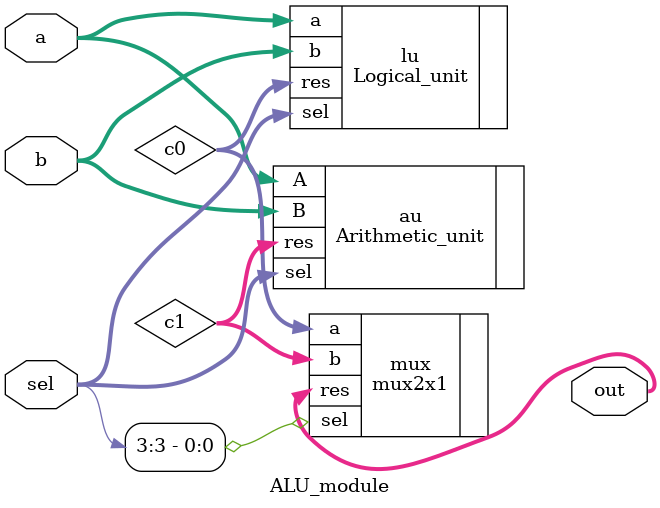
<source format=v>
module ALU_module(a,b,sel,out);

input wire [3:0] a;
input wire [3:0] b;
input wire [3:0] sel;
output wire [5:0] out;

wire [3:0] c0;
wire [5:0] c1;

Arithmetic_unit au(.sel(sel),.res(c1),.A(a),.B(b));

Logical_unit lu(.sel(sel),.res(c0),.a(a),.b(b));

mux2x1 mux(.sel(sel[3]),.res(out),.a(c0),.b(c1));

endmodule
</source>
